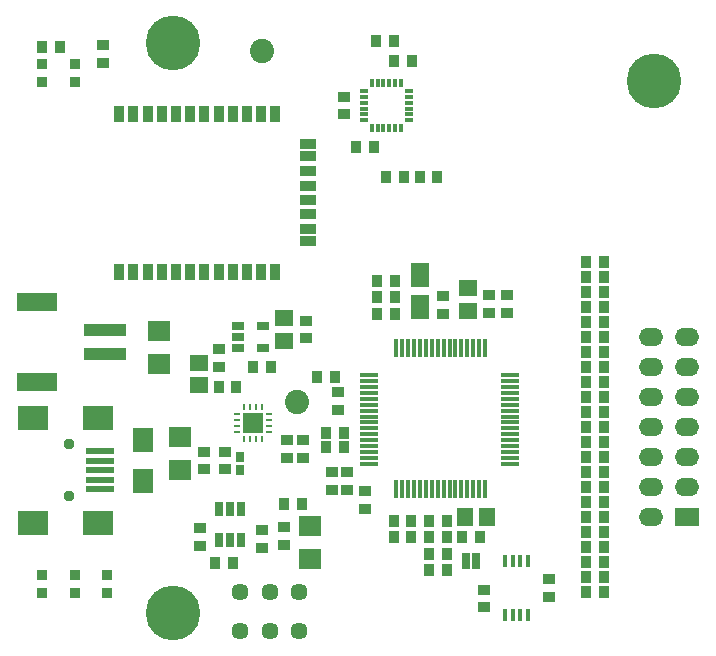
<source format=gts>
G04 (created by PCBNEW (2013-05-31 BZR 4019)-stable) date 6/26/2014 4:14:42 PM*
%MOIN*%
G04 Gerber Fmt 3.4, Leading zero omitted, Abs format*
%FSLAX34Y34*%
G01*
G70*
G90*
G04 APERTURE LIST*
%ADD10C,0.00590551*%
%ADD11R,0.0181X0.0422*%
%ADD12R,0.0926X0.0217*%
%ADD13R,0.1004X0.0807*%
%ADD14C,0.0374*%
%ADD15R,0.073X0.065*%
%ADD16R,0.0374X0.0414*%
%ADD17R,0.0295X0.0335*%
%ADD18R,0.0334X0.0334*%
%ADD19C,0.057*%
%ADD20R,0.0264094X0.0500315*%
%ADD21R,0.027X0.052*%
%ADD22R,0.0295X0.0118*%
%ADD23R,0.0118X0.0295*%
%ADD24R,0.0414X0.0374*%
%ADD25R,0.062X0.0118*%
%ADD26R,0.0118X0.062*%
%ADD27R,0.1397X0.0412*%
%ADD28R,0.1397X0.0413*%
%ADD29R,0.1358X0.061*%
%ADD30R,0.1357X0.061*%
%ADD31R,0.0689X0.0847*%
%ADD32C,0.0807*%
%ADD33R,0.0414X0.0256*%
%ADD34R,0.0208976X0.0114488*%
%ADD35R,0.0114488X0.0208976*%
%ADD36R,0.0334961X0.0334961*%
%ADD37R,0.0334961X0.0571181*%
%ADD38R,0.0571181X0.0334961*%
%ADD39R,0.061X0.0532*%
%ADD40C,0.182*%
%ADD41O,0.0807402X0.0610551*%
%ADD42R,0.0807402X0.0610551*%
%ADD43R,0.0611X0.0788*%
%ADD44R,0.0532X0.061*%
G04 APERTURE END LIST*
G54D10*
G54D11*
X614Y-8004D03*
X358Y-8004D03*
X102Y-8004D03*
X-154Y-8004D03*
X-154Y-9816D03*
X102Y-9816D03*
X358Y-9816D03*
X614Y-9816D03*
G54D12*
X-13667Y-4345D03*
X-13667Y-4660D03*
X-13667Y-4975D03*
X-13667Y-5290D03*
X-13667Y-5605D03*
G54D13*
X-13706Y-3223D03*
X-15871Y-3223D03*
X-13706Y-6727D03*
X-15871Y-6727D03*
G54D14*
X-14690Y-4109D03*
X-14690Y-5841D03*
G54D15*
X-11675Y-1450D03*
X-11675Y-350D03*
G54D16*
X3151Y465D03*
X2559Y465D03*
X3151Y-1535D03*
X2559Y-1535D03*
X3151Y-2035D03*
X2559Y-2035D03*
X3151Y-3035D03*
X2559Y-3035D03*
X3151Y1965D03*
X2559Y1965D03*
X3151Y-35D03*
X2559Y-35D03*
X-7521Y-6100D03*
X-6929Y-6100D03*
G54D17*
X-9000Y-4534D03*
X-9000Y-4966D03*
G54D18*
X-15600Y7980D03*
X-15600Y8570D03*
X-14500Y7980D03*
X-14500Y8570D03*
X-15600Y-8480D03*
X-15600Y-9070D03*
X-14500Y-8480D03*
X-14500Y-9070D03*
G54D19*
X-8984Y-9050D03*
X-8000Y-9050D03*
X-7015Y-9050D03*
X-8984Y-10349D03*
X-8000Y-10349D03*
X-7015Y-10349D03*
G54D16*
X2559Y-535D03*
X3151Y-535D03*
X2559Y1465D03*
X3151Y1465D03*
X2559Y965D03*
X3151Y965D03*
X2559Y-1035D03*
X3151Y-1035D03*
X2559Y-2535D03*
X3151Y-2535D03*
X2559Y-3535D03*
X3151Y-3535D03*
X2559Y-4535D03*
X3151Y-4535D03*
G54D20*
X-9699Y-6284D03*
X-9325Y-6284D03*
X-8950Y-6284D03*
X-9699Y-7315D03*
X-9325Y-7315D03*
X-8950Y-7315D03*
G54D16*
X-4534Y5805D03*
X-5126Y5805D03*
G54D21*
X-1457Y-7990D03*
X-1103Y-7990D03*
G54D22*
X-3357Y6688D03*
X-3357Y6885D03*
X-3357Y7082D03*
X-3357Y7278D03*
X-3357Y7475D03*
X-3357Y7672D03*
G54D23*
X-3613Y7928D03*
X-3810Y7928D03*
X-4007Y7928D03*
X-4203Y7928D03*
X-4400Y7928D03*
X-4597Y7928D03*
G54D22*
X-4853Y7672D03*
X-4853Y7475D03*
X-4853Y7278D03*
X-4853Y7082D03*
X-4853Y6885D03*
X-4853Y6688D03*
G54D23*
X-4597Y6432D03*
X-4400Y6432D03*
X-4203Y6432D03*
X-4007Y6432D03*
X-3810Y6432D03*
X-3613Y6432D03*
G54D24*
X-7530Y-7476D03*
X-7530Y-6884D03*
G54D16*
X3151Y-9035D03*
X2559Y-9035D03*
G54D24*
X-9500Y-4354D03*
X-9500Y-4946D03*
G54D16*
X-15571Y9125D03*
X-14979Y9125D03*
G54D24*
X-13550Y8604D03*
X-13550Y9196D03*
X-7425Y-3979D03*
X-7425Y-4571D03*
X-6875Y-3979D03*
X-6875Y-4571D03*
X-10170Y-4354D03*
X-10170Y-4946D03*
X-10325Y-6904D03*
X-10325Y-7496D03*
G54D16*
X-9104Y-2200D03*
X-9696Y-2200D03*
X3151Y-6035D03*
X2559Y-6035D03*
X-6416Y-1860D03*
X-5824Y-1860D03*
G54D24*
X-5720Y-2384D03*
X-5720Y-2976D03*
X-8240Y-6984D03*
X-8240Y-7576D03*
G54D25*
X16Y-4761D03*
X16Y-4564D03*
X16Y-4367D03*
X16Y-4170D03*
X16Y-3973D03*
X16Y-3777D03*
X16Y-3580D03*
X16Y-3383D03*
X16Y-3186D03*
X16Y-2989D03*
X16Y-2792D03*
X16Y-2596D03*
X16Y-2399D03*
X16Y-2202D03*
X16Y-2005D03*
X16Y-1808D03*
G54D26*
X-819Y-910D03*
X-1016Y-910D03*
X-1213Y-910D03*
X-1410Y-910D03*
X-1607Y-910D03*
X-1803Y-910D03*
X-2000Y-910D03*
X-2197Y-910D03*
X-2394Y-910D03*
X-2591Y-910D03*
X-2788Y-910D03*
X-2984Y-910D03*
X-3181Y-910D03*
X-3378Y-910D03*
X-3575Y-910D03*
X-3772Y-910D03*
G54D25*
X-4670Y-1808D03*
X-4670Y-2005D03*
X-4670Y-2202D03*
X-4670Y-2399D03*
X-4670Y-2596D03*
X-4670Y-2792D03*
X-4670Y-2989D03*
X-4670Y-3186D03*
X-4670Y-3383D03*
X-4670Y-3580D03*
X-4670Y-3777D03*
X-4670Y-3973D03*
X-4670Y-4170D03*
X-4670Y-4367D03*
X-4670Y-4564D03*
X-4670Y-4761D03*
G54D26*
X-3772Y-5596D03*
X-3575Y-5596D03*
X-3181Y-5596D03*
X-3378Y-5603D03*
X-2984Y-5596D03*
X-2788Y-5596D03*
X-2591Y-5596D03*
X-2394Y-5596D03*
X-2197Y-5596D03*
X-2000Y-5596D03*
X-1806Y-5596D03*
X-1609Y-5596D03*
X-1412Y-5596D03*
X-1215Y-5596D03*
X-1019Y-5596D03*
X-822Y-5596D03*
G54D27*
X-13475Y-306D03*
G54D28*
X-13475Y-1094D03*
G54D29*
X-15738Y617D03*
G54D30*
X-15738Y-2018D03*
G54D16*
X3151Y-8035D03*
X2559Y-8035D03*
X3151Y-7035D03*
X2559Y-7035D03*
G54D31*
X-12225Y-3969D03*
X-12225Y-5331D03*
G54D18*
X-13425Y-8480D03*
X-13425Y-9070D03*
G54D32*
X-7080Y-2700D03*
G54D33*
X-9066Y-155D03*
X-9066Y-905D03*
X-9066Y-530D03*
X-8234Y-905D03*
X-8234Y-155D03*
G54D34*
X-8014Y-3301D03*
X-8014Y-3104D03*
X-8014Y-3498D03*
X-8014Y-3695D03*
X-9085Y-3695D03*
X-9085Y-3498D03*
X-9085Y-3301D03*
X-9085Y-3104D03*
G54D35*
X-8845Y-3935D03*
X-8648Y-3935D03*
X-8451Y-3935D03*
X-8254Y-3935D03*
X-8254Y-2864D03*
X-8451Y-2864D03*
X-8648Y-2864D03*
X-8845Y-2864D03*
G54D36*
X-8707Y-3557D03*
X-8707Y-3242D03*
X-8392Y-3242D03*
X-8392Y-3557D03*
G54D37*
X-13009Y1637D03*
X-12537Y1637D03*
X-12064Y1637D03*
X-11592Y1637D03*
X-11120Y1637D03*
X-10647Y1637D03*
X-10175Y1637D03*
X-9702Y1637D03*
X-9230Y1637D03*
X-8757Y1637D03*
X-8285Y1637D03*
X-7812Y1637D03*
X-7812Y6912D03*
X-8285Y6912D03*
X-8757Y6912D03*
X-9230Y6912D03*
X-9702Y6912D03*
X-10175Y6912D03*
X-10647Y6912D03*
X-11120Y6912D03*
X-11592Y6912D03*
X-12064Y6912D03*
X-12537Y6912D03*
X-13009Y6912D03*
G54D38*
X-6710Y5889D03*
X-6710Y5495D03*
X-6710Y4983D03*
X-6710Y4511D03*
X-6710Y4038D03*
X-6710Y3566D03*
X-6710Y3054D03*
X-6710Y2660D03*
G54D16*
X2559Y-7535D03*
X3151Y-7535D03*
G54D24*
X-6787Y8D03*
X-6787Y-583D03*
G54D39*
X-7520Y85D03*
X-7520Y-665D03*
G54D16*
X2559Y-8535D03*
X3151Y-8535D03*
X3151Y-4035D03*
X2559Y-4035D03*
X3151Y-5035D03*
X2559Y-5035D03*
X-2691Y-8310D03*
X-2099Y-8310D03*
G54D24*
X-5420Y-5039D03*
X-5420Y-5631D03*
G54D16*
X-2691Y-7760D03*
X-2099Y-7760D03*
G54D24*
X-4820Y-6256D03*
X-4820Y-5664D03*
G54D16*
X-9821Y-8075D03*
X-9229Y-8075D03*
X-1576Y-7210D03*
X-984Y-7210D03*
G54D24*
X-2220Y244D03*
X-2220Y836D03*
G54D16*
X-4416Y790D03*
X-3824Y790D03*
X-2691Y-6660D03*
X-2099Y-6660D03*
G54D24*
X1305Y-9206D03*
X1305Y-8614D03*
G54D16*
X-3259Y8680D03*
X-3851Y8680D03*
G54D24*
X-9687Y-941D03*
X-9687Y-1533D03*
G54D16*
X-4416Y240D03*
X-3824Y240D03*
G54D24*
X-5530Y7476D03*
X-5530Y6884D03*
G54D16*
X-2691Y-7210D03*
X-2099Y-7210D03*
G54D24*
X-860Y-8954D03*
X-860Y-9546D03*
G54D16*
X-3824Y1340D03*
X-4416Y1340D03*
G54D39*
X-10350Y-1400D03*
X-10350Y-2150D03*
G54D16*
X-7966Y-1537D03*
X-8558Y-1537D03*
G54D24*
X-670Y269D03*
X-670Y861D03*
G54D16*
X-3274Y-7210D03*
X-3866Y-7210D03*
G54D24*
X-95Y269D03*
X-95Y861D03*
G54D16*
X-3274Y-6660D03*
X-3866Y-6660D03*
G54D32*
X-8250Y9000D03*
G54D39*
X-1370Y1090D03*
X-1370Y340D03*
G54D16*
X-4451Y9330D03*
X-3859Y9330D03*
X2559Y-6535D03*
X3151Y-6535D03*
X2559Y-5535D03*
X3151Y-5535D03*
G54D40*
X4827Y8012D03*
X-11212Y9262D03*
X-11212Y-9737D03*
G54D41*
X4721Y-535D03*
X5918Y-535D03*
X5918Y-1535D03*
X4721Y-1535D03*
X4721Y-2535D03*
X5918Y-2535D03*
X5918Y-3535D03*
X4721Y-3535D03*
X4721Y-4535D03*
X5918Y-4535D03*
G54D42*
X5918Y-6535D03*
G54D41*
X4721Y-6535D03*
X5918Y-5535D03*
X4721Y-5535D03*
G54D15*
X-11000Y-3875D03*
X-11000Y-4975D03*
X-6650Y-7950D03*
X-6650Y-6850D03*
G54D43*
X-2970Y449D03*
X-2970Y1531D03*
G54D44*
X-745Y-6530D03*
X-1495Y-6530D03*
G54D16*
X-4116Y4800D03*
X-3524Y4800D03*
X-2404Y4800D03*
X-2996Y4800D03*
X-5524Y-3730D03*
X-6116Y-3730D03*
X-5524Y-4190D03*
X-6116Y-4190D03*
G54D24*
X-5910Y-5044D03*
X-5910Y-5636D03*
M02*

</source>
